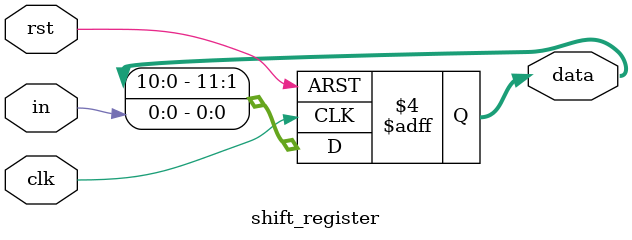
<source format=v>
module shift_register #(parameter BITS=12) (
	input clk,
	input rst,
	input in,
	output reg [BITS-1:0] data
);

initial begin
	data = 0;
end

always @(posedge clk or posedge rst) begin
	if (rst) data <= 0;	// Reset data to 0
	else begin 
		data = data << 1;	// Shift left 1 bit
		data[0] = in;		// Set LSB to data in
	end
end

endmodule
</source>
